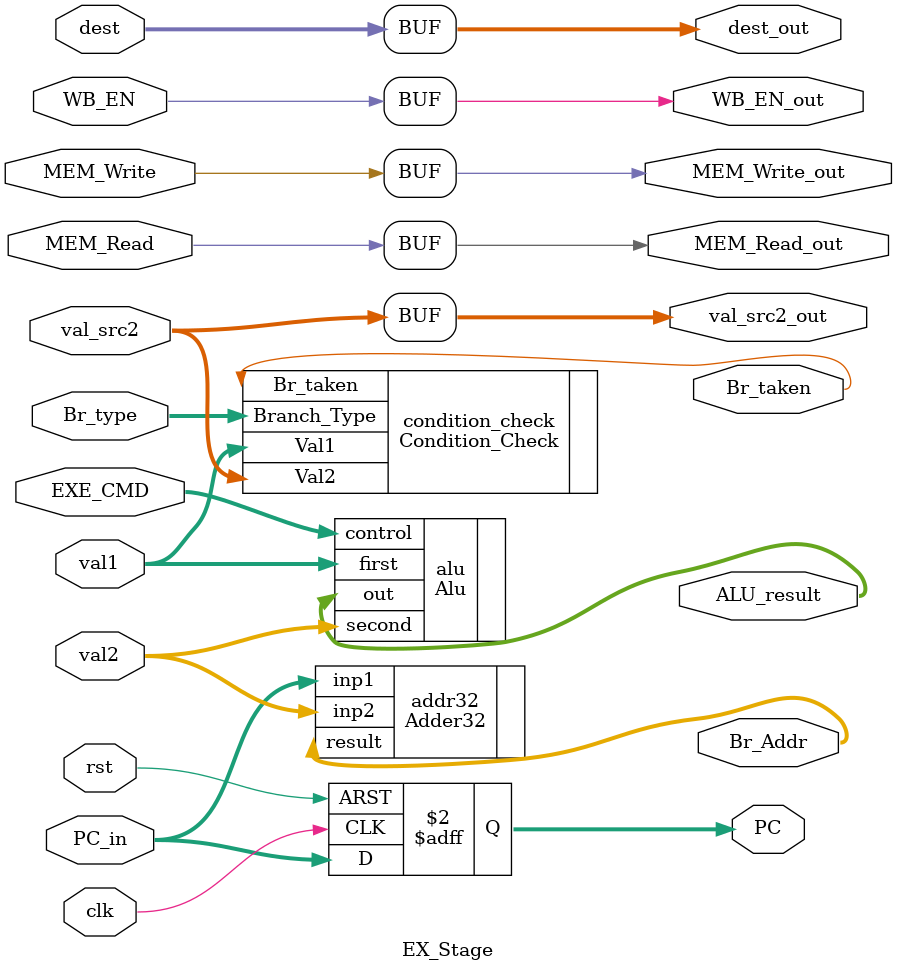
<source format=v>
module EX_Stage
  (
    input clk,
    input rst,
    input [3:0] EXE_CMD,
    input [31:0] val1,
    input [31:0] val2,
    input [31:0] val_src2,
    input [31:0] PC_in,
    input [1:0] Br_type,
    input WB_EN,
    input MEM_Write,
    input MEM_Read,
    input [4:0] dest,

    output reg [31:0] PC,
    output [31:0] ALU_result,
    output [31:0] Br_Addr,
    output Br_taken,
    output [4:0] dest_out,
    output [31:0] val_src2_out,
    output WB_EN_out,
    output MEM_Write_out,
    output MEM_Read_out
  );

  assign WB_EN_out = WB_EN;
  assign MEM_Write_out = MEM_Write;
  assign MEM_Read_out = MEM_Read;
  assign dest_out = dest;
  assign val_src2_out = val_src2;
  Alu alu (.first(val1), .second(val2), .control(EXE_CMD), .out(ALU_result));
  Adder32 addr32(.inp1(PC_in), .inp2(val2), .result(Br_Addr));
  Condition_Check condition_check ( .Branch_Type(Br_type), .Val1(val1), .Val2(val_src2), .Br_taken(Br_taken));


  always @(posedge clk, posedge rst)
    begin
      if(rst)
        begin
          PC <= 32'b0;
        end
      else
        begin
          PC <= PC_in;
        end
    end

endmodule

</source>
